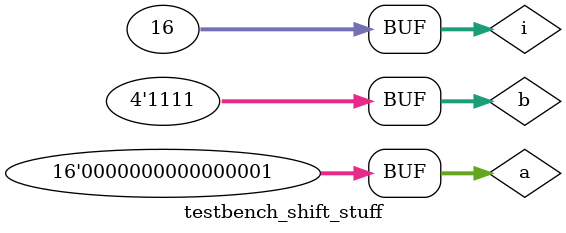
<source format=v>
`timescale 1ns / 1ps


module testbench_shift_stuff(

    );
    
    reg [15:0] a;
    reg [3:0] b;
    wire [15:0] asr;
    wire [15:0] lsr;
    wire [15:0] asl;
    wire [15:0] lsl;
    wire aslOflow;
    wire asrOflow;
    
    shift_stuff uut (.a(a),.b(b), .lsl(lsl), .lsr(lsr), .asl(asl), .asr(asr), .aslOflow(aslOflow), .asrOflow(asrOflow));
    integer i;
    
    initial begin
        a = 'hffff;
        for (i = 0; i < 16; i = i+1) begin
            b = i;
            #10;
        end
        
        a = 'h8000;
        for (i = 0; i < 16; i = i+1) begin
            b = i;
            #10;
        end
        
        a = 'h1;
        for (i = 0; i < 16; i = i+1) begin
            b = i;
            #10;
        end
    end
endmodule

</source>
